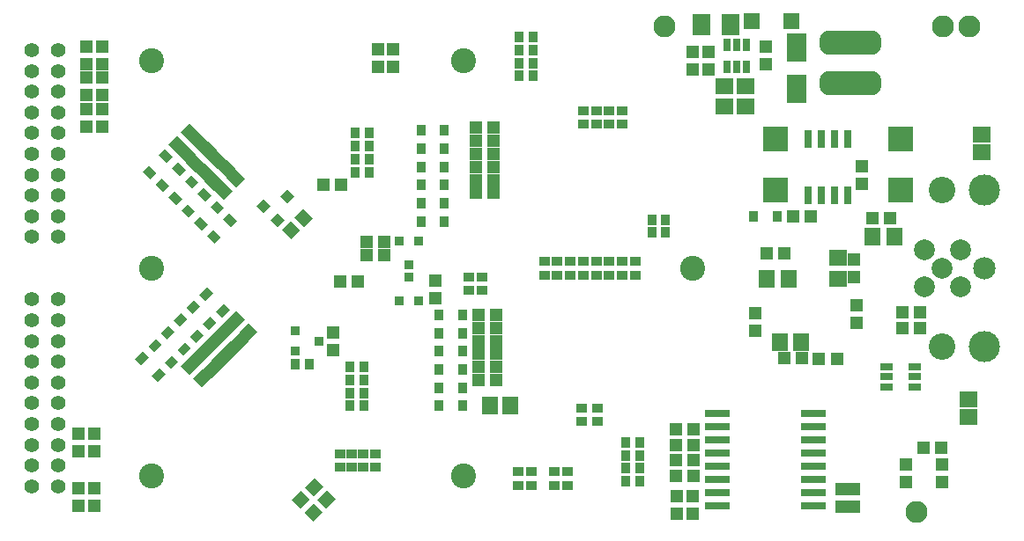
<source format=gbs>
G75*
G70*
%OFA0B0*%
%FSLAX24Y24*%
%IPPOS*%
%LPD*%
%AMOC8*
5,1,8,0,0,1.08239X$1,22.5*
%
%ADD10C,0.0946*%
%ADD11R,0.0356X0.0434*%
%ADD12R,0.0434X0.0356*%
%ADD13R,0.0592X0.0671*%
%ADD14R,0.0513X0.0474*%
%ADD15R,0.0474X0.0513*%
%ADD16R,0.0631X0.0671*%
%ADD17R,0.0671X0.0631*%
%ADD18R,0.0946X0.0316*%
%ADD19R,0.0379X0.0379*%
%ADD20R,0.0379X0.0379*%
%ADD21R,0.0493X0.0316*%
%ADD22R,0.0671X0.0592*%
%ADD23R,0.0277X0.0474*%
%ADD24R,0.0749X0.1064*%
%ADD25C,0.0680*%
%ADD26R,0.0710X0.0789*%
%ADD27R,0.0631X0.0631*%
%ADD28C,0.0552*%
%ADD29R,0.0930X0.0970*%
%ADD30C,0.0789*%
%ADD31C,0.1005*%
%ADD32C,0.1182*%
%ADD33C,0.0848*%
%ADD34R,0.0328X0.0407*%
%ADD35R,0.0297X0.0671*%
%ADD36C,0.0830*%
D10*
X011165Y005305D03*
X022976Y005305D03*
X031637Y013179D03*
X022976Y021053D03*
X011165Y021053D03*
X011165Y013179D03*
D11*
X016618Y009537D03*
X017130Y009537D03*
X018685Y009438D03*
X019197Y009438D03*
X019197Y008946D03*
X019197Y008454D03*
X018685Y008454D03*
X018685Y008946D03*
X018685Y007962D03*
X019197Y007962D03*
X029118Y006584D03*
X029630Y006584D03*
X029630Y006092D03*
X029630Y005600D03*
X029118Y005600D03*
X029118Y006092D03*
X029118Y005108D03*
X029630Y005108D03*
X030102Y014557D03*
X030102Y014999D03*
X030614Y014999D03*
X030614Y014557D03*
X025594Y020462D03*
X025594Y020954D03*
X025082Y020954D03*
X025082Y020462D03*
X025082Y021446D03*
X025594Y021446D03*
X025594Y021938D03*
X025082Y021938D03*
X019393Y018297D03*
X018882Y018297D03*
X018882Y017805D03*
X018882Y017312D03*
X019393Y017312D03*
X019393Y017805D03*
X019393Y016820D03*
X018882Y016820D03*
D12*
X023173Y012844D03*
X023665Y012844D03*
X023665Y012332D03*
X023173Y012332D03*
X026027Y012923D03*
X026519Y012923D03*
X027011Y012923D03*
X027504Y012923D03*
X027996Y012923D03*
X028488Y012923D03*
X028980Y012923D03*
X029472Y012923D03*
X029472Y013434D03*
X028980Y013434D03*
X028488Y013434D03*
X027996Y013434D03*
X027504Y013434D03*
X027011Y013434D03*
X026519Y013434D03*
X026027Y013434D03*
X027504Y018631D03*
X027996Y018631D03*
X028488Y018631D03*
X028980Y018631D03*
X028980Y019143D03*
X028488Y019143D03*
X027996Y019143D03*
X027504Y019143D03*
X027454Y007873D03*
X028045Y007873D03*
X028045Y007362D03*
X027454Y007362D03*
X026913Y005462D03*
X026421Y005462D03*
X026421Y004950D03*
X026913Y004950D03*
X025535Y004950D03*
X025043Y004950D03*
X025043Y005462D03*
X025535Y005462D03*
X019630Y005639D03*
X019187Y005639D03*
X018744Y005639D03*
X018301Y005639D03*
X018301Y006151D03*
X018744Y006151D03*
X019187Y006151D03*
X019630Y006151D03*
D13*
X023980Y007962D03*
X024728Y007962D03*
D14*
X031008Y007076D03*
X031677Y007076D03*
X031677Y006486D03*
X031677Y005895D03*
X031008Y005895D03*
X031008Y006486D03*
X031008Y005305D03*
X031677Y005305D03*
X035092Y009772D03*
X035762Y009772D03*
X036421Y009734D03*
X037090Y009734D03*
X040358Y006387D03*
X041027Y006387D03*
X041086Y005738D03*
X041086Y005068D03*
X039708Y005068D03*
X039708Y005738D03*
X035112Y013731D03*
X034443Y013731D03*
X032228Y020718D03*
X031637Y020718D03*
X031637Y021387D03*
X032228Y021387D03*
X020319Y021486D03*
X019728Y021486D03*
X019728Y020816D03*
X020319Y020816D03*
X009295Y020915D03*
X009295Y020403D03*
X008704Y020403D03*
X008704Y020915D03*
X008704Y021584D03*
X009295Y021584D03*
X009295Y019734D03*
X009295Y019222D03*
X008704Y019222D03*
X008704Y019734D03*
X008704Y018553D03*
X009295Y018553D03*
X021893Y012726D03*
X021893Y012057D03*
X018055Y010757D03*
X018055Y010088D03*
X009000Y006919D03*
X008409Y006919D03*
X008409Y006249D03*
X009000Y006249D03*
X009000Y004852D03*
X008409Y004852D03*
X008409Y004183D03*
X009000Y004183D03*
D15*
G36*
X016821Y004061D02*
X016486Y004396D01*
X016847Y004757D01*
X017182Y004422D01*
X016821Y004061D01*
G37*
G36*
X017294Y003588D02*
X016959Y003923D01*
X017320Y004284D01*
X017655Y003949D01*
X017294Y003588D01*
G37*
G36*
X017786Y004080D02*
X017451Y004415D01*
X017812Y004776D01*
X018147Y004441D01*
X017786Y004080D01*
G37*
G36*
X017313Y004553D02*
X016978Y004888D01*
X017339Y005249D01*
X017674Y004914D01*
X017313Y004553D01*
G37*
X023527Y008946D03*
X023527Y009438D03*
X023527Y009931D03*
X023527Y010423D03*
X023527Y010915D03*
X023527Y011407D03*
X024197Y011407D03*
X024197Y010915D03*
X024197Y010423D03*
X024197Y009931D03*
X024197Y009438D03*
X024197Y008946D03*
X018980Y012686D03*
X018311Y012686D03*
X019295Y013671D03*
X019295Y014183D03*
X019964Y014183D03*
X019964Y013671D03*
G36*
X017262Y015075D02*
X016927Y014740D01*
X016566Y015101D01*
X016901Y015436D01*
X017262Y015075D01*
G37*
G36*
X016788Y014602D02*
X016453Y014267D01*
X016092Y014628D01*
X016427Y014963D01*
X016788Y014602D01*
G37*
X017671Y016328D03*
X018340Y016328D03*
G36*
X014004Y016612D02*
X014339Y016947D01*
X014700Y016586D01*
X014365Y016251D01*
X014004Y016612D01*
G37*
G36*
X013656Y016960D02*
X013991Y017295D01*
X014352Y016934D01*
X014017Y016599D01*
X013656Y016960D01*
G37*
G36*
X013308Y017308D02*
X013643Y017643D01*
X014004Y017282D01*
X013669Y016947D01*
X013308Y017308D01*
G37*
G36*
X012960Y017656D02*
X013295Y017991D01*
X013656Y017630D01*
X013321Y017295D01*
X012960Y017656D01*
G37*
G36*
X012612Y018004D02*
X012947Y018339D01*
X013308Y017978D01*
X012973Y017643D01*
X012612Y018004D01*
G37*
G36*
X012264Y018352D02*
X012599Y018687D01*
X012960Y018326D01*
X012625Y017991D01*
X012264Y018352D01*
G37*
G36*
X011790Y017878D02*
X012125Y018213D01*
X012486Y017852D01*
X012151Y017517D01*
X011790Y017878D01*
G37*
G36*
X012138Y017530D02*
X012473Y017865D01*
X012834Y017504D01*
X012499Y017169D01*
X012138Y017530D01*
G37*
G36*
X012486Y017182D02*
X012821Y017517D01*
X013182Y017156D01*
X012847Y016821D01*
X012486Y017182D01*
G37*
G36*
X012834Y016834D02*
X013169Y017169D01*
X013530Y016808D01*
X013195Y016473D01*
X012834Y016834D01*
G37*
G36*
X013182Y016486D02*
X013517Y016821D01*
X013878Y016460D01*
X013543Y016125D01*
X013182Y016486D01*
G37*
G36*
X013530Y016138D02*
X013865Y016473D01*
X014226Y016112D01*
X013891Y015777D01*
X013530Y016138D01*
G37*
G36*
X014350Y010875D02*
X014015Y011210D01*
X014376Y011571D01*
X014711Y011236D01*
X014350Y010875D01*
G37*
G36*
X014002Y010527D02*
X013667Y010862D01*
X014028Y011223D01*
X014363Y010888D01*
X014002Y010527D01*
G37*
G36*
X013654Y010179D02*
X013319Y010514D01*
X013680Y010875D01*
X014015Y010540D01*
X013654Y010179D01*
G37*
G36*
X013306Y009831D02*
X012971Y010166D01*
X013332Y010527D01*
X013667Y010192D01*
X013306Y009831D01*
G37*
G36*
X012958Y009483D02*
X012623Y009818D01*
X012984Y010179D01*
X013319Y009844D01*
X012958Y009483D01*
G37*
G36*
X012610Y009135D02*
X012275Y009470D01*
X012636Y009831D01*
X012971Y009496D01*
X012610Y009135D01*
G37*
G36*
X013084Y008662D02*
X012749Y008997D01*
X013110Y009358D01*
X013445Y009023D01*
X013084Y008662D01*
G37*
G36*
X013432Y009010D02*
X013097Y009345D01*
X013458Y009706D01*
X013793Y009371D01*
X013432Y009010D01*
G37*
G36*
X013780Y009358D02*
X013445Y009693D01*
X013806Y010054D01*
X014141Y009719D01*
X013780Y009358D01*
G37*
G36*
X014128Y009706D02*
X013793Y010041D01*
X014154Y010402D01*
X014489Y010067D01*
X014128Y009706D01*
G37*
G36*
X014476Y010054D02*
X014141Y010389D01*
X014502Y010750D01*
X014837Y010415D01*
X014476Y010054D01*
G37*
G36*
X014824Y010402D02*
X014489Y010737D01*
X014850Y011098D01*
X015185Y010763D01*
X014824Y010402D01*
G37*
X023429Y016033D03*
X024098Y016033D03*
X024098Y016525D03*
X023429Y016525D03*
X023429Y017017D03*
X023429Y017509D03*
X024098Y017509D03*
X024098Y017017D03*
X024098Y018001D03*
X024098Y018494D03*
X023429Y018494D03*
X023429Y018001D03*
X034393Y020895D03*
X034393Y021564D03*
X038035Y017057D03*
X038035Y016387D03*
X036106Y015147D03*
X035437Y015147D03*
X037740Y013513D03*
X037740Y012844D03*
X037828Y011779D03*
X037828Y011110D03*
X039571Y010915D03*
X039571Y011505D03*
X040240Y011505D03*
X040240Y010915D03*
X034010Y010815D03*
X034010Y011484D03*
X038429Y015088D03*
X039098Y015088D03*
X037740Y004812D03*
X037287Y004812D03*
X037287Y004143D03*
X037740Y004143D03*
X031637Y003887D03*
X031047Y003887D03*
X031047Y004557D03*
X031637Y004557D03*
D16*
X034945Y010362D03*
X035752Y010362D03*
X035259Y012786D03*
X034452Y012786D03*
X038451Y014381D03*
X039259Y014381D03*
D17*
X037149Y013582D03*
X037149Y012775D03*
D18*
X036204Y007671D03*
X036204Y007171D03*
X036204Y006671D03*
X036204Y006171D03*
X036204Y005671D03*
X036204Y005171D03*
X036204Y004671D03*
X036204Y004171D03*
X032582Y004171D03*
X032582Y004671D03*
X032582Y005171D03*
X032582Y005671D03*
X032582Y006171D03*
X032582Y006671D03*
X032582Y007171D03*
X032582Y007671D03*
D19*
X021283Y011940D03*
X020535Y011940D03*
X020909Y012842D03*
X020909Y013318D03*
X020535Y014220D03*
X021283Y014220D03*
X016620Y010797D03*
X016620Y010049D03*
X017521Y010423D03*
D20*
G36*
X015934Y015274D02*
X016201Y015007D01*
X015934Y014740D01*
X015667Y015007D01*
X015934Y015274D01*
G37*
G36*
X015405Y015803D02*
X015672Y015536D01*
X015405Y015269D01*
X015138Y015536D01*
X015405Y015803D01*
G37*
G36*
X016307Y016176D02*
X016574Y015909D01*
X016307Y015642D01*
X016040Y015909D01*
X016307Y016176D01*
G37*
D21*
X038960Y009438D03*
X038960Y009064D03*
X038960Y008690D03*
X040023Y008690D03*
X040023Y009064D03*
X040023Y009438D03*
D22*
X042071Y008198D03*
X042071Y007529D03*
X042563Y017568D03*
X042563Y018238D03*
X033626Y019320D03*
X033626Y020068D03*
X032838Y020068D03*
X032838Y019320D03*
D23*
X032937Y020816D03*
X033311Y020816D03*
X033685Y020816D03*
X033685Y021643D03*
X033311Y021643D03*
X032937Y021643D03*
D24*
X035574Y021545D03*
X035574Y019970D03*
D25*
X036761Y020299D02*
X038443Y020299D01*
X038443Y020073D01*
X036761Y020073D01*
X036761Y020299D01*
X036761Y021835D02*
X038443Y021835D01*
X038443Y021609D01*
X036761Y021609D01*
X036761Y021835D01*
D26*
X033074Y022411D03*
X031972Y022411D03*
D27*
X033862Y022549D03*
X035358Y022549D03*
D28*
X006637Y004911D03*
X007622Y004911D03*
X007622Y005698D03*
X007622Y006486D03*
X006637Y006486D03*
X006637Y005698D03*
X006637Y007273D03*
X007622Y007273D03*
X007622Y008060D03*
X007622Y008848D03*
X006637Y008848D03*
X006637Y008060D03*
X006637Y009635D03*
X006637Y010423D03*
X007622Y010423D03*
X007622Y009635D03*
X007622Y011210D03*
X007622Y011997D03*
X006637Y011997D03*
X006637Y011210D03*
X006637Y014360D03*
X007622Y014360D03*
X007622Y015147D03*
X007622Y015934D03*
X006637Y015934D03*
X006637Y015147D03*
X006637Y016722D03*
X006637Y017509D03*
X007622Y017509D03*
X007622Y016722D03*
X007622Y018297D03*
X007622Y019084D03*
X006637Y019084D03*
X006637Y018297D03*
X006637Y019871D03*
X006637Y020659D03*
X007622Y020659D03*
X007622Y019871D03*
X007622Y021446D03*
X006637Y021446D03*
D29*
X034787Y018076D03*
X034787Y016156D03*
X039511Y016156D03*
X039511Y018076D03*
D30*
X040390Y013875D03*
X041086Y013179D03*
X041782Y013875D03*
X041782Y012483D03*
X040390Y012483D03*
D31*
X041086Y010226D03*
X041086Y016131D03*
D32*
X042661Y016131D03*
X042661Y010226D03*
D33*
X042661Y013179D03*
D34*
X034832Y015147D03*
X033954Y015147D03*
X022923Y011407D03*
X022923Y010718D03*
X022923Y010029D03*
X022923Y009340D03*
X022045Y009340D03*
X022045Y010029D03*
X022045Y010718D03*
X022045Y011407D03*
X022045Y008651D03*
X022045Y007962D03*
X022923Y007962D03*
X022923Y008651D03*
G36*
X013893Y011840D02*
X014125Y011608D01*
X013839Y011322D01*
X013607Y011554D01*
X013893Y011840D01*
G37*
G36*
X013273Y012461D02*
X013505Y012229D01*
X013219Y011943D01*
X012987Y012175D01*
X013273Y012461D01*
G37*
G36*
X012785Y011973D02*
X013017Y011741D01*
X012731Y011455D01*
X012499Y011687D01*
X012785Y011973D01*
G37*
G36*
X012298Y011486D02*
X012530Y011254D01*
X012244Y010968D01*
X012012Y011200D01*
X012298Y011486D01*
G37*
G36*
X013406Y011353D02*
X013638Y011121D01*
X013352Y010835D01*
X013120Y011067D01*
X013406Y011353D01*
G37*
G36*
X012919Y010865D02*
X013151Y010633D01*
X012865Y010347D01*
X012633Y010579D01*
X012919Y010865D01*
G37*
G36*
X012432Y010378D02*
X012664Y010146D01*
X012378Y009860D01*
X012146Y010092D01*
X012432Y010378D01*
G37*
G36*
X011811Y010999D02*
X012043Y010767D01*
X011757Y010481D01*
X011525Y010713D01*
X011811Y010999D01*
G37*
G36*
X011324Y010512D02*
X011556Y010280D01*
X011270Y009994D01*
X011038Y010226D01*
X011324Y010512D01*
G37*
G36*
X010837Y010025D02*
X011069Y009793D01*
X010783Y009507D01*
X010551Y009739D01*
X010837Y010025D01*
G37*
G36*
X011945Y009891D02*
X012177Y009659D01*
X011891Y009373D01*
X011659Y009605D01*
X011945Y009891D01*
G37*
G36*
X011458Y009404D02*
X011690Y009172D01*
X011404Y008886D01*
X011172Y009118D01*
X011458Y009404D01*
G37*
G36*
X013267Y014408D02*
X013499Y014640D01*
X013785Y014354D01*
X013553Y014122D01*
X013267Y014408D01*
G37*
G36*
X012780Y014895D02*
X013012Y015127D01*
X013298Y014841D01*
X013066Y014609D01*
X012780Y014895D01*
G37*
G36*
X012293Y015383D02*
X012525Y015615D01*
X012811Y015329D01*
X012579Y015097D01*
X012293Y015383D01*
G37*
G36*
X011806Y015870D02*
X012038Y016102D01*
X012324Y015816D01*
X012092Y015584D01*
X011806Y015870D01*
G37*
G36*
X011318Y016357D02*
X011550Y016589D01*
X011836Y016303D01*
X011604Y016071D01*
X011318Y016357D01*
G37*
G36*
X010831Y016844D02*
X011063Y017076D01*
X011349Y016790D01*
X011117Y016558D01*
X010831Y016844D01*
G37*
G36*
X011452Y017465D02*
X011684Y017697D01*
X011970Y017411D01*
X011738Y017179D01*
X011452Y017465D01*
G37*
G36*
X011939Y016978D02*
X012171Y017210D01*
X012457Y016924D01*
X012225Y016692D01*
X011939Y016978D01*
G37*
G36*
X012426Y016491D02*
X012658Y016723D01*
X012944Y016437D01*
X012712Y016205D01*
X012426Y016491D01*
G37*
G36*
X012914Y016003D02*
X013146Y016235D01*
X013432Y015949D01*
X013200Y015717D01*
X012914Y016003D01*
G37*
G36*
X013401Y015516D02*
X013633Y015748D01*
X013919Y015462D01*
X013687Y015230D01*
X013401Y015516D01*
G37*
G36*
X013888Y015029D02*
X014120Y015261D01*
X014406Y014975D01*
X014174Y014743D01*
X013888Y015029D01*
G37*
X021356Y014950D03*
X021356Y015639D03*
X021356Y016328D03*
X022234Y016328D03*
X022234Y015639D03*
X022234Y014950D03*
X022234Y017017D03*
X022234Y017706D03*
X022234Y018395D03*
X021356Y018395D03*
X021356Y017706D03*
X021356Y017017D03*
D35*
X036006Y015954D03*
X036506Y015954D03*
X037006Y015954D03*
X037506Y015954D03*
X037506Y018080D03*
X037006Y018080D03*
X036506Y018080D03*
X036006Y018080D03*
D36*
X041094Y022336D03*
X042094Y022336D03*
X030578Y022348D03*
X040110Y003942D03*
M02*

</source>
